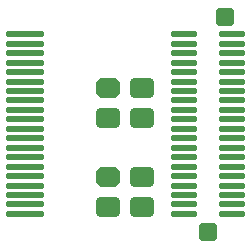
<source format=gbr>
%TF.GenerationSoftware,Altium Limited,Altium Designer,25.5.2 (35)*%
G04 Layer_Color=255*
%FSLAX45Y45*%
%MOMM*%
%TF.SameCoordinates,263EE719-961F-4448-A72E-CF07F5483F46*%
%TF.FilePolarity,Positive*%
%TF.FileFunction,Pads,Bot*%
%TF.Part,Single*%
G01*
G75*
%TA.AperFunction,SMDPad,CuDef*%
G04:AMPARAMS|DCode=10|XSize=3.2mm|YSize=0.5mm|CornerRadius=0.125mm|HoleSize=0mm|Usage=FLASHONLY|Rotation=0.000|XOffset=0mm|YOffset=0mm|HoleType=Round|Shape=RoundedRectangle|*
%AMROUNDEDRECTD10*
21,1,3.20000,0.25000,0,0,0.0*
21,1,2.95000,0.50000,0,0,0.0*
1,1,0.25000,1.47500,-0.12500*
1,1,0.25000,-1.47500,-0.12500*
1,1,0.25000,-1.47500,0.12500*
1,1,0.25000,1.47500,0.12500*
%
%ADD10ROUNDEDRECTD10*%
%TA.AperFunction,ComponentPad*%
G04:AMPARAMS|DCode=14|XSize=1.7mm|YSize=2.1mm|CornerRadius=0.425mm|HoleSize=0mm|Usage=FLASHONLY|Rotation=270.000|XOffset=0mm|YOffset=0mm|HoleType=Round|Shape=RoundedRectangle|*
%AMROUNDEDRECTD14*
21,1,1.70000,1.25001,0,0,270.0*
21,1,0.85000,2.10000,0,0,270.0*
1,1,0.85000,-0.62500,-0.42500*
1,1,0.85000,-0.62500,0.42500*
1,1,0.85000,0.62500,0.42500*
1,1,0.85000,0.62500,-0.42500*
%
%ADD14ROUNDEDRECTD14*%
G04:AMPARAMS|DCode=15|XSize=1.7mm|YSize=2.1mm|CornerRadius=0mm|HoleSize=0mm|Usage=FLASHONLY|Rotation=270.000|XOffset=0mm|YOffset=0mm|HoleType=Round|Shape=Octagon|*
%AMOCTAGOND15*
4,1,8,1.05000,0.42500,1.05000,-0.42500,0.62500,-0.85000,-0.62500,-0.85000,-1.05000,-0.42500,-1.05000,0.42500,-0.62500,0.85000,0.62500,0.85000,1.05000,0.42500,0.0*
%
%ADD15OCTAGOND15*%

G04:AMPARAMS|DCode=16|XSize=1.55mm|YSize=1.6mm|CornerRadius=0.3875mm|HoleSize=0mm|Usage=FLASHONLY|Rotation=270.000|XOffset=0mm|YOffset=0mm|HoleType=Round|Shape=RoundedRectangle|*
%AMROUNDEDRECTD16*
21,1,1.55000,0.82500,0,0,270.0*
21,1,0.77500,1.60000,0,0,270.0*
1,1,0.77500,-0.41250,-0.38750*
1,1,0.77500,-0.41250,0.38750*
1,1,0.77500,0.41250,0.38750*
1,1,0.77500,0.41250,-0.38750*
%
%ADD16ROUNDEDRECTD16*%
%TA.AperFunction,SMDPad,CuDef*%
G04:AMPARAMS|DCode=18|XSize=2.2mm|YSize=0.5mm|CornerRadius=0.125mm|HoleSize=0mm|Usage=FLASHONLY|Rotation=180.000|XOffset=0mm|YOffset=0mm|HoleType=Round|Shape=RoundedRectangle|*
%AMROUNDEDRECTD18*
21,1,2.20000,0.25000,0,0,180.0*
21,1,1.95000,0.50000,0,0,180.0*
1,1,0.25000,-0.97500,0.12500*
1,1,0.25000,0.97500,0.12500*
1,1,0.25000,0.97500,-0.12500*
1,1,0.25000,-0.97500,-0.12500*
%
%ADD18ROUNDEDRECTD18*%
D10*
X300000Y750000D02*
D03*
Y830000D02*
D03*
Y2110000D02*
D03*
Y1870000D02*
D03*
Y1950000D02*
D03*
Y2030000D02*
D03*
Y1710000D02*
D03*
Y1790000D02*
D03*
Y1630000D02*
D03*
Y1550000D02*
D03*
Y1470000D02*
D03*
Y1390000D02*
D03*
Y1310000D02*
D03*
Y1230000D02*
D03*
Y1150000D02*
D03*
Y1070000D02*
D03*
Y990000D02*
D03*
Y910000D02*
D03*
Y670000D02*
D03*
Y590000D02*
D03*
D14*
X1000000Y1406000D02*
D03*
X1294000D02*
D03*
Y1660000D02*
D03*
X1000000Y646000D02*
D03*
X1294000D02*
D03*
Y900000D02*
D03*
D15*
X1000000Y1660000D02*
D03*
Y900000D02*
D03*
D16*
X1847000Y440000D02*
D03*
X1997000Y2260000D02*
D03*
D18*
X2050000Y750000D02*
D03*
Y830000D02*
D03*
X1644000D02*
D03*
Y750000D02*
D03*
X2050000Y2110000D02*
D03*
X1644000D02*
D03*
X2050000Y2030000D02*
D03*
Y1950000D02*
D03*
Y1870000D02*
D03*
Y1790000D02*
D03*
Y1710000D02*
D03*
Y1630000D02*
D03*
Y1550000D02*
D03*
Y1470000D02*
D03*
Y1390000D02*
D03*
Y1310000D02*
D03*
Y1230000D02*
D03*
Y1150000D02*
D03*
Y1070000D02*
D03*
Y990000D02*
D03*
Y910000D02*
D03*
Y670000D02*
D03*
Y590000D02*
D03*
X1644000Y2030000D02*
D03*
Y1950000D02*
D03*
Y1870000D02*
D03*
Y1790000D02*
D03*
Y1710000D02*
D03*
Y1630000D02*
D03*
Y1550000D02*
D03*
Y1470000D02*
D03*
Y1390000D02*
D03*
Y1310000D02*
D03*
Y1230000D02*
D03*
Y1150000D02*
D03*
Y1070000D02*
D03*
Y990000D02*
D03*
Y910000D02*
D03*
Y670000D02*
D03*
Y590000D02*
D03*
%TF.MD5,ae4cbcb7800c9a9a744ec73968806b1a*%
M02*

</source>
